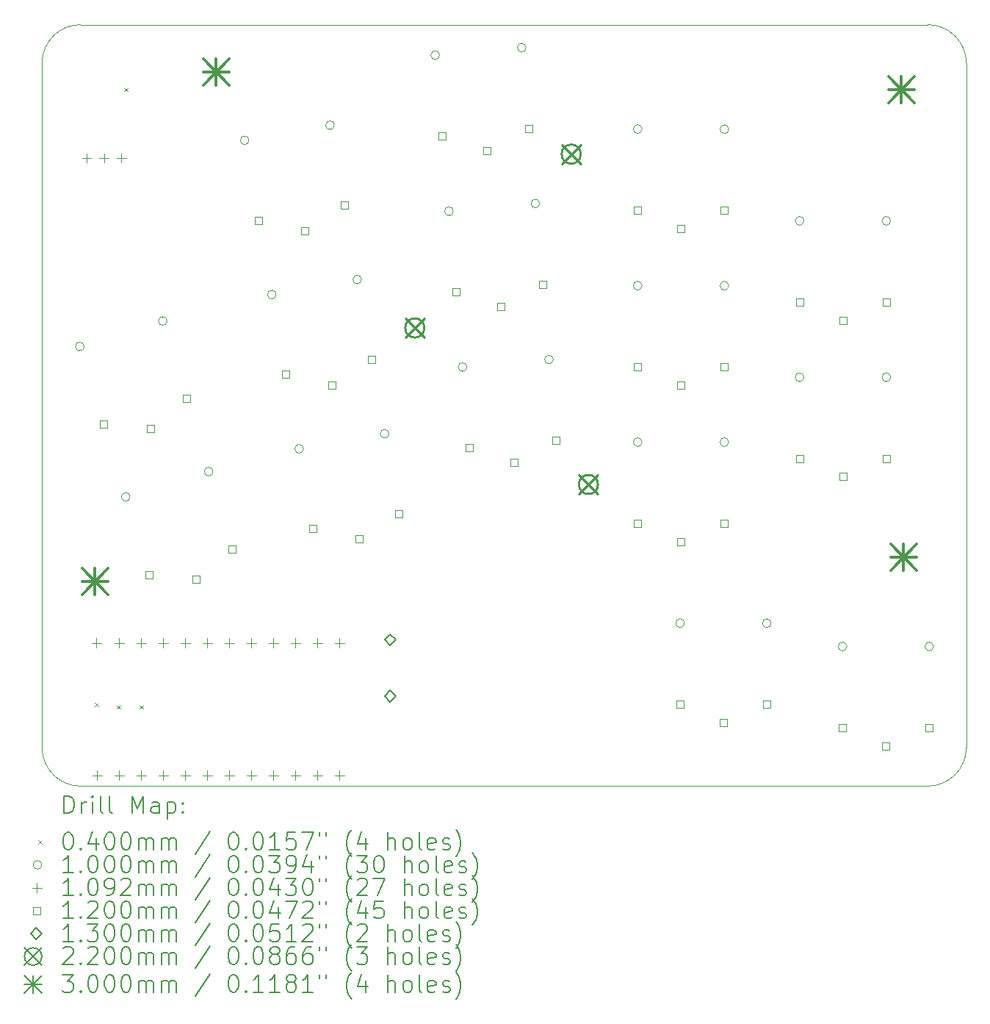
<source format=gbr>
%FSLAX45Y45*%
G04 Gerber Fmt 4.5, Leading zero omitted, Abs format (unit mm)*
G04 Created by KiCad (PCBNEW (6.0.4-0)) date 2022-07-26 10:14:00*
%MOMM*%
%LPD*%
G01*
G04 APERTURE LIST*
%TA.AperFunction,Profile*%
%ADD10C,0.050000*%
%TD*%
%ADD11C,0.200000*%
%ADD12C,0.040000*%
%ADD13C,0.100000*%
%ADD14C,0.109220*%
%ADD15C,0.120000*%
%ADD16C,0.130000*%
%ADD17C,0.220000*%
%ADD18C,0.300000*%
G04 APERTURE END LIST*
D10*
X14831618Y3945490D02*
X14831979Y11826325D01*
X4176485Y3945325D02*
G75*
G03*
X4620979Y3500825I444495J-5D01*
G01*
X14831985Y11826325D02*
G75*
G03*
X14387479Y12270825I-444505J-5D01*
G01*
X4620979Y3500825D02*
X14387118Y3500990D01*
X4176115Y11826612D02*
X4176479Y3945325D01*
X14387479Y12270825D02*
X4620615Y12271112D01*
X4620615Y12271112D02*
G75*
G03*
X4176115Y11826612I0J-444500D01*
G01*
X14387118Y3500991D02*
G75*
G03*
X14831618Y3945490I2J444499D01*
G01*
D11*
D12*
X4784419Y4462404D02*
X4824419Y4422404D01*
X4824419Y4462404D02*
X4784419Y4422404D01*
X5040691Y4429525D02*
X5080691Y4389525D01*
X5080691Y4429525D02*
X5040691Y4389525D01*
X5124143Y11542154D02*
X5164143Y11502154D01*
X5164143Y11542154D02*
X5124143Y11502154D01*
X5299479Y4429525D02*
X5339479Y4389525D01*
X5339479Y4429525D02*
X5299479Y4389525D01*
D13*
X4661807Y8564560D02*
G75*
G03*
X4661807Y8564560I-50000J0D01*
G01*
X5190839Y6831841D02*
G75*
G03*
X5190839Y6831841I-50000J0D01*
G01*
X5618112Y8856931D02*
G75*
G03*
X5618112Y8856931I-50000J0D01*
G01*
X6147144Y7124213D02*
G75*
G03*
X6147144Y7124213I-50000J0D01*
G01*
X6561932Y10939251D02*
G75*
G03*
X6561932Y10939251I-50000J0D01*
G01*
X6875134Y9162078D02*
G75*
G03*
X6875134Y9162078I-50000J0D01*
G01*
X7190336Y7385904D02*
G75*
G03*
X7190336Y7385904I-50000J0D01*
G01*
X7546740Y11112899D02*
G75*
G03*
X7546740Y11112899I-50000J0D01*
G01*
X7859942Y9335726D02*
G75*
G03*
X7859942Y9335726I-50000J0D01*
G01*
X8175144Y7559553D02*
G75*
G03*
X8175144Y7559553I-50000J0D01*
G01*
X8759531Y11919258D02*
G75*
G03*
X8759531Y11919258I-50000J0D01*
G01*
X8917696Y10122727D02*
G75*
G03*
X8917696Y10122727I-50000J0D01*
G01*
X9073860Y8327196D02*
G75*
G03*
X9073860Y8327196I-50000J0D01*
G01*
X9755726Y12006414D02*
G75*
G03*
X9755726Y12006414I-50000J0D01*
G01*
X9913890Y10209883D02*
G75*
G03*
X9913890Y10209883I-50000J0D01*
G01*
X10070055Y8414352D02*
G75*
G03*
X10070055Y8414352I-50000J0D01*
G01*
X11092479Y11067725D02*
G75*
G03*
X11092479Y11067725I-50000J0D01*
G01*
X11092479Y9264725D02*
G75*
G03*
X11092479Y9264725I-50000J0D01*
G01*
X11092479Y7462725D02*
G75*
G03*
X11092479Y7462725I-50000J0D01*
G01*
X11582115Y5377627D02*
G75*
G03*
X11582115Y5377627I-50000J0D01*
G01*
X12092479Y11067725D02*
G75*
G03*
X12092479Y11067725I-50000J0D01*
G01*
X12092479Y9264725D02*
G75*
G03*
X12092479Y9264725I-50000J0D01*
G01*
X12092479Y7462725D02*
G75*
G03*
X12092479Y7462725I-50000J0D01*
G01*
X12582115Y5377627D02*
G75*
G03*
X12582115Y5377627I-50000J0D01*
G01*
X12959949Y10011449D02*
G75*
G03*
X12959949Y10011449I-50000J0D01*
G01*
X12959949Y8209449D02*
G75*
G03*
X12959949Y8209449I-50000J0D01*
G01*
X13454679Y5109325D02*
G75*
G03*
X13454679Y5109325I-50000J0D01*
G01*
X13959949Y10011449D02*
G75*
G03*
X13959949Y10011449I-50000J0D01*
G01*
X13959949Y8209449D02*
G75*
G03*
X13959949Y8209449I-50000J0D01*
G01*
X14454679Y5109325D02*
G75*
G03*
X14454679Y5109325I-50000J0D01*
G01*
D14*
X4690879Y10788735D02*
X4690879Y10679515D01*
X4636269Y10734125D02*
X4745489Y10734125D01*
X4803105Y5203935D02*
X4803105Y5094715D01*
X4748495Y5149325D02*
X4857715Y5149325D01*
X4811479Y3679935D02*
X4811479Y3570715D01*
X4756869Y3625325D02*
X4866089Y3625325D01*
X4890879Y10788735D02*
X4890879Y10679515D01*
X4836269Y10734125D02*
X4945489Y10734125D01*
X5065479Y5203935D02*
X5065479Y5094715D01*
X5010869Y5149325D02*
X5120089Y5149325D01*
X5065479Y3679935D02*
X5065479Y3570715D01*
X5010869Y3625325D02*
X5120089Y3625325D01*
X5090879Y10788735D02*
X5090879Y10679515D01*
X5036269Y10734125D02*
X5145489Y10734125D01*
X5319479Y5203935D02*
X5319479Y5094715D01*
X5264869Y5149325D02*
X5374089Y5149325D01*
X5319479Y3679935D02*
X5319479Y3570715D01*
X5264869Y3625325D02*
X5374089Y3625325D01*
X5573479Y5203935D02*
X5573479Y5094715D01*
X5518869Y5149325D02*
X5628089Y5149325D01*
X5573479Y3679935D02*
X5573479Y3570715D01*
X5518869Y3625325D02*
X5628089Y3625325D01*
X5827479Y5203935D02*
X5827479Y5094715D01*
X5772869Y5149325D02*
X5882089Y5149325D01*
X5827479Y3679935D02*
X5827479Y3570715D01*
X5772869Y3625325D02*
X5882089Y3625325D01*
X6081479Y5203935D02*
X6081479Y5094715D01*
X6026869Y5149325D02*
X6136089Y5149325D01*
X6081479Y3679935D02*
X6081479Y3570715D01*
X6026869Y3625325D02*
X6136089Y3625325D01*
X6335479Y5203935D02*
X6335479Y5094715D01*
X6280869Y5149325D02*
X6390089Y5149325D01*
X6335479Y3679935D02*
X6335479Y3570715D01*
X6280869Y3625325D02*
X6390089Y3625325D01*
X6589479Y5203935D02*
X6589479Y5094715D01*
X6534869Y5149325D02*
X6644089Y5149325D01*
X6589479Y3679935D02*
X6589479Y3570715D01*
X6534869Y3625325D02*
X6644089Y3625325D01*
X6843479Y5203935D02*
X6843479Y5094715D01*
X6788869Y5149325D02*
X6898089Y5149325D01*
X6843479Y3679935D02*
X6843479Y3570715D01*
X6788869Y3625325D02*
X6898089Y3625325D01*
X7097479Y5203935D02*
X7097479Y5094715D01*
X7042869Y5149325D02*
X7152089Y5149325D01*
X7097479Y3679935D02*
X7097479Y3570715D01*
X7042869Y3625325D02*
X7152089Y3625325D01*
X7351479Y5203935D02*
X7351479Y5094715D01*
X7296869Y5149325D02*
X7406089Y5149325D01*
X7351479Y3679935D02*
X7351479Y3570715D01*
X7296869Y3625325D02*
X7406089Y3625325D01*
X7605479Y5203935D02*
X7605479Y5094715D01*
X7550869Y5149325D02*
X7660089Y5149325D01*
X7605479Y3679935D02*
X7605479Y3570715D01*
X7550869Y3625325D02*
X7660089Y3625325D01*
D15*
X4927602Y7627988D02*
X4927602Y7712841D01*
X4842748Y7712841D01*
X4842748Y7627988D01*
X4927602Y7627988D01*
X5456634Y5895270D02*
X5456634Y5980123D01*
X5371780Y5980123D01*
X5371780Y5895270D01*
X5456634Y5895270D01*
X5467152Y7573350D02*
X5467152Y7658203D01*
X5382298Y7658203D01*
X5382298Y7573350D01*
X5467152Y7573350D01*
X5883906Y7920359D02*
X5883906Y8005213D01*
X5799053Y8005213D01*
X5799053Y7920359D01*
X5883906Y7920359D01*
X5996184Y5840632D02*
X5996184Y5925485D01*
X5911330Y5925485D01*
X5911330Y5840632D01*
X5996184Y5840632D01*
X6412938Y6187641D02*
X6412938Y6272495D01*
X6328085Y6272495D01*
X6328085Y6187641D01*
X6412938Y6187641D01*
X6716720Y9976029D02*
X6716720Y10060883D01*
X6631867Y10060883D01*
X6631867Y9976029D01*
X6716720Y9976029D01*
X7029922Y8198856D02*
X7029922Y8283709D01*
X6945068Y8283709D01*
X6945068Y8198856D01*
X7029922Y8198856D01*
X7245590Y9856043D02*
X7245590Y9940897D01*
X7160737Y9940897D01*
X7160737Y9856043D01*
X7245590Y9856043D01*
X7345124Y6422682D02*
X7345124Y6507536D01*
X7260270Y6507536D01*
X7260270Y6422682D01*
X7345124Y6422682D01*
X7558792Y8078870D02*
X7558792Y8163724D01*
X7473938Y8163724D01*
X7473938Y8078870D01*
X7558792Y8078870D01*
X7701528Y10149677D02*
X7701528Y10234531D01*
X7616674Y10234531D01*
X7616674Y10149677D01*
X7701528Y10149677D01*
X7873994Y6302697D02*
X7873994Y6387550D01*
X7789140Y6387550D01*
X7789140Y6302697D01*
X7873994Y6302697D01*
X8014730Y8372504D02*
X8014730Y8457357D01*
X7929876Y8457357D01*
X7929876Y8372504D01*
X8014730Y8372504D01*
X8329932Y6596331D02*
X8329932Y6681184D01*
X8245078Y6681184D01*
X8245078Y6596331D01*
X8329932Y6596331D01*
X8833448Y10945389D02*
X8833448Y11030243D01*
X8748595Y11030243D01*
X8748595Y10945389D01*
X8833448Y10945389D01*
X8991613Y9148858D02*
X8991613Y9233712D01*
X8906759Y9233712D01*
X8906759Y9148858D01*
X8991613Y9148858D01*
X9147778Y7353327D02*
X9147778Y7438181D01*
X9062924Y7438181D01*
X9062924Y7353327D01*
X9147778Y7353327D01*
X9349848Y10779766D02*
X9349848Y10864620D01*
X9264995Y10864620D01*
X9264995Y10779766D01*
X9349848Y10779766D01*
X9508013Y8983235D02*
X9508013Y9068089D01*
X9423159Y9068089D01*
X9423159Y8983235D01*
X9508013Y8983235D01*
X9664178Y7187704D02*
X9664178Y7272558D01*
X9579324Y7272558D01*
X9579324Y7187704D01*
X9664178Y7187704D01*
X9829643Y11032545D02*
X9829643Y11117398D01*
X9744789Y11117398D01*
X9744789Y11032545D01*
X9829643Y11032545D01*
X9987808Y9236014D02*
X9987808Y9320867D01*
X9902954Y9320867D01*
X9902954Y9236014D01*
X9987808Y9236014D01*
X10143972Y7440483D02*
X10143972Y7525336D01*
X10059119Y7525336D01*
X10059119Y7440483D01*
X10143972Y7440483D01*
X11084906Y10090299D02*
X11084906Y10175152D01*
X11000052Y10175152D01*
X11000052Y10090299D01*
X11084906Y10090299D01*
X11084906Y8287299D02*
X11084906Y8372152D01*
X11000052Y8372152D01*
X11000052Y8287299D01*
X11084906Y8287299D01*
X11084906Y6485299D02*
X11084906Y6570152D01*
X11000052Y6570152D01*
X11000052Y6485299D01*
X11084906Y6485299D01*
X11574542Y4400201D02*
X11574542Y4485054D01*
X11489688Y4485054D01*
X11489688Y4400201D01*
X11574542Y4400201D01*
X11584906Y9880299D02*
X11584906Y9965152D01*
X11500052Y9965152D01*
X11500052Y9880299D01*
X11584906Y9880299D01*
X11584906Y8077299D02*
X11584906Y8162152D01*
X11500052Y8162152D01*
X11500052Y8077299D01*
X11584906Y8077299D01*
X11584906Y6275299D02*
X11584906Y6360152D01*
X11500052Y6360152D01*
X11500052Y6275299D01*
X11584906Y6275299D01*
X12074542Y4190200D02*
X12074542Y4275054D01*
X11989688Y4275054D01*
X11989688Y4190200D01*
X12074542Y4190200D01*
X12084906Y10090299D02*
X12084906Y10175152D01*
X12000052Y10175152D01*
X12000052Y10090299D01*
X12084906Y10090299D01*
X12084906Y8287299D02*
X12084906Y8372152D01*
X12000052Y8372152D01*
X12000052Y8287299D01*
X12084906Y8287299D01*
X12084906Y6485299D02*
X12084906Y6570152D01*
X12000052Y6570152D01*
X12000052Y6485299D01*
X12084906Y6485299D01*
X12574542Y4400201D02*
X12574542Y4485054D01*
X12489688Y4485054D01*
X12489688Y4400201D01*
X12574542Y4400201D01*
X12952376Y9034022D02*
X12952376Y9118876D01*
X12867523Y9118876D01*
X12867523Y9034022D01*
X12952376Y9034022D01*
X12952376Y7232022D02*
X12952376Y7316876D01*
X12867523Y7316876D01*
X12867523Y7232022D01*
X12952376Y7232022D01*
X13447106Y4131899D02*
X13447106Y4216752D01*
X13362252Y4216752D01*
X13362252Y4131899D01*
X13447106Y4131899D01*
X13452376Y8824022D02*
X13452376Y8908876D01*
X13367523Y8908876D01*
X13367523Y8824022D01*
X13452376Y8824022D01*
X13452376Y7022022D02*
X13452376Y7106876D01*
X13367523Y7106876D01*
X13367523Y7022022D01*
X13452376Y7022022D01*
X13947106Y3921899D02*
X13947106Y4006752D01*
X13862252Y4006752D01*
X13862252Y3921899D01*
X13947106Y3921899D01*
X13952376Y9034022D02*
X13952376Y9118876D01*
X13867523Y9118876D01*
X13867523Y9034022D01*
X13952376Y9034022D01*
X13952376Y7232022D02*
X13952376Y7316876D01*
X13867523Y7316876D01*
X13867523Y7232022D01*
X13952376Y7232022D01*
X14447106Y4131899D02*
X14447106Y4216752D01*
X14362252Y4216752D01*
X14362252Y4131899D01*
X14447106Y4131899D01*
D16*
X8189679Y5121525D02*
X8254679Y5186525D01*
X8189679Y5251525D01*
X8124679Y5186525D01*
X8189679Y5121525D01*
X8189679Y4471525D02*
X8254679Y4536525D01*
X8189679Y4601525D01*
X8124679Y4536525D01*
X8189679Y4471525D01*
D17*
X8363590Y8887615D02*
X8583590Y8667615D01*
X8583590Y8887615D02*
X8363590Y8667615D01*
X8583590Y8777615D02*
G75*
G03*
X8583590Y8777615I-110000J0D01*
G01*
X10166279Y10889704D02*
X10386279Y10669704D01*
X10386279Y10889704D02*
X10166279Y10669704D01*
X10386279Y10779704D02*
G75*
G03*
X10386279Y10779704I-110000J0D01*
G01*
X10365679Y7084925D02*
X10585679Y6864925D01*
X10585679Y7084925D02*
X10365679Y6864925D01*
X10585679Y6974925D02*
G75*
G03*
X10585679Y6974925I-110000J0D01*
G01*
D18*
X4636079Y6007325D02*
X4936079Y5707325D01*
X4936079Y6007325D02*
X4636079Y5707325D01*
X4786079Y6007325D02*
X4786079Y5707325D01*
X4636079Y5857325D02*
X4936079Y5857325D01*
X6033079Y11874725D02*
X6333079Y11574725D01*
X6333079Y11874725D02*
X6033079Y11574725D01*
X6183079Y11874725D02*
X6183079Y11574725D01*
X6033079Y11724725D02*
X6333079Y11724725D01*
X13932479Y11671525D02*
X14232479Y11371525D01*
X14232479Y11671525D02*
X13932479Y11371525D01*
X14082479Y11671525D02*
X14082479Y11371525D01*
X13932479Y11521525D02*
X14232479Y11521525D01*
X13957879Y6286725D02*
X14257879Y5986725D01*
X14257879Y6286725D02*
X13957879Y5986725D01*
X14107879Y6286725D02*
X14107879Y5986725D01*
X13957879Y6136725D02*
X14257879Y6136725D01*
D11*
X4431234Y3187849D02*
X4431234Y3387849D01*
X4478853Y3387849D01*
X4507424Y3378325D01*
X4526472Y3359278D01*
X4535996Y3340230D01*
X4545520Y3302135D01*
X4545520Y3273563D01*
X4535996Y3235468D01*
X4526472Y3216421D01*
X4507424Y3197373D01*
X4478853Y3187849D01*
X4431234Y3187849D01*
X4631234Y3187849D02*
X4631234Y3321182D01*
X4631234Y3283087D02*
X4640758Y3302135D01*
X4650282Y3311659D01*
X4669329Y3321182D01*
X4688377Y3321182D01*
X4755043Y3187849D02*
X4755043Y3321182D01*
X4755043Y3387849D02*
X4745520Y3378325D01*
X4755043Y3368801D01*
X4764567Y3378325D01*
X4755043Y3387849D01*
X4755043Y3368801D01*
X4878853Y3187849D02*
X4859805Y3197373D01*
X4850282Y3216421D01*
X4850282Y3387849D01*
X4983615Y3187849D02*
X4964567Y3197373D01*
X4955043Y3216421D01*
X4955043Y3387849D01*
X5212186Y3187849D02*
X5212186Y3387849D01*
X5278853Y3244992D01*
X5345520Y3387849D01*
X5345520Y3187849D01*
X5526472Y3187849D02*
X5526472Y3292611D01*
X5516948Y3311659D01*
X5497901Y3321182D01*
X5459805Y3321182D01*
X5440758Y3311659D01*
X5526472Y3197373D02*
X5507424Y3187849D01*
X5459805Y3187849D01*
X5440758Y3197373D01*
X5431234Y3216421D01*
X5431234Y3235468D01*
X5440758Y3254516D01*
X5459805Y3264040D01*
X5507424Y3264040D01*
X5526472Y3273563D01*
X5621710Y3321182D02*
X5621710Y3121182D01*
X5621710Y3311659D02*
X5640758Y3321182D01*
X5678853Y3321182D01*
X5697901Y3311659D01*
X5707424Y3302135D01*
X5716948Y3283087D01*
X5716948Y3225944D01*
X5707424Y3206897D01*
X5697901Y3197373D01*
X5678853Y3187849D01*
X5640758Y3187849D01*
X5621710Y3197373D01*
X5802662Y3206897D02*
X5812186Y3197373D01*
X5802662Y3187849D01*
X5793139Y3197373D01*
X5802662Y3206897D01*
X5802662Y3187849D01*
X5802662Y3311659D02*
X5812186Y3302135D01*
X5802662Y3292611D01*
X5793139Y3302135D01*
X5802662Y3311659D01*
X5802662Y3292611D01*
D12*
X4133615Y2878325D02*
X4173615Y2838325D01*
X4173615Y2878325D02*
X4133615Y2838325D01*
D11*
X4469329Y2967849D02*
X4488377Y2967849D01*
X4507424Y2958325D01*
X4516948Y2948801D01*
X4526472Y2929754D01*
X4535996Y2891659D01*
X4535996Y2844040D01*
X4526472Y2805944D01*
X4516948Y2786897D01*
X4507424Y2777373D01*
X4488377Y2767849D01*
X4469329Y2767849D01*
X4450282Y2777373D01*
X4440758Y2786897D01*
X4431234Y2805944D01*
X4421710Y2844040D01*
X4421710Y2891659D01*
X4431234Y2929754D01*
X4440758Y2948801D01*
X4450282Y2958325D01*
X4469329Y2967849D01*
X4621710Y2786897D02*
X4631234Y2777373D01*
X4621710Y2767849D01*
X4612186Y2777373D01*
X4621710Y2786897D01*
X4621710Y2767849D01*
X4802663Y2901182D02*
X4802663Y2767849D01*
X4755043Y2977373D02*
X4707424Y2834516D01*
X4831234Y2834516D01*
X4945520Y2967849D02*
X4964567Y2967849D01*
X4983615Y2958325D01*
X4993139Y2948801D01*
X5002663Y2929754D01*
X5012186Y2891659D01*
X5012186Y2844040D01*
X5002663Y2805944D01*
X4993139Y2786897D01*
X4983615Y2777373D01*
X4964567Y2767849D01*
X4945520Y2767849D01*
X4926472Y2777373D01*
X4916948Y2786897D01*
X4907424Y2805944D01*
X4897901Y2844040D01*
X4897901Y2891659D01*
X4907424Y2929754D01*
X4916948Y2948801D01*
X4926472Y2958325D01*
X4945520Y2967849D01*
X5135996Y2967849D02*
X5155043Y2967849D01*
X5174091Y2958325D01*
X5183615Y2948801D01*
X5193139Y2929754D01*
X5202663Y2891659D01*
X5202663Y2844040D01*
X5193139Y2805944D01*
X5183615Y2786897D01*
X5174091Y2777373D01*
X5155043Y2767849D01*
X5135996Y2767849D01*
X5116948Y2777373D01*
X5107424Y2786897D01*
X5097901Y2805944D01*
X5088377Y2844040D01*
X5088377Y2891659D01*
X5097901Y2929754D01*
X5107424Y2948801D01*
X5116948Y2958325D01*
X5135996Y2967849D01*
X5288377Y2767849D02*
X5288377Y2901182D01*
X5288377Y2882135D02*
X5297901Y2891659D01*
X5316948Y2901182D01*
X5345520Y2901182D01*
X5364567Y2891659D01*
X5374091Y2872611D01*
X5374091Y2767849D01*
X5374091Y2872611D02*
X5383615Y2891659D01*
X5402663Y2901182D01*
X5431234Y2901182D01*
X5450282Y2891659D01*
X5459805Y2872611D01*
X5459805Y2767849D01*
X5555043Y2767849D02*
X5555043Y2901182D01*
X5555043Y2882135D02*
X5564567Y2891659D01*
X5583615Y2901182D01*
X5612186Y2901182D01*
X5631234Y2891659D01*
X5640758Y2872611D01*
X5640758Y2767849D01*
X5640758Y2872611D02*
X5650281Y2891659D01*
X5669329Y2901182D01*
X5697901Y2901182D01*
X5716948Y2891659D01*
X5726472Y2872611D01*
X5726472Y2767849D01*
X6116948Y2977373D02*
X5945520Y2720230D01*
X6374091Y2967849D02*
X6393139Y2967849D01*
X6412186Y2958325D01*
X6421710Y2948801D01*
X6431234Y2929754D01*
X6440758Y2891659D01*
X6440758Y2844040D01*
X6431234Y2805944D01*
X6421710Y2786897D01*
X6412186Y2777373D01*
X6393139Y2767849D01*
X6374091Y2767849D01*
X6355043Y2777373D01*
X6345520Y2786897D01*
X6335996Y2805944D01*
X6326472Y2844040D01*
X6326472Y2891659D01*
X6335996Y2929754D01*
X6345520Y2948801D01*
X6355043Y2958325D01*
X6374091Y2967849D01*
X6526472Y2786897D02*
X6535996Y2777373D01*
X6526472Y2767849D01*
X6516948Y2777373D01*
X6526472Y2786897D01*
X6526472Y2767849D01*
X6659805Y2967849D02*
X6678853Y2967849D01*
X6697901Y2958325D01*
X6707424Y2948801D01*
X6716948Y2929754D01*
X6726472Y2891659D01*
X6726472Y2844040D01*
X6716948Y2805944D01*
X6707424Y2786897D01*
X6697901Y2777373D01*
X6678853Y2767849D01*
X6659805Y2767849D01*
X6640758Y2777373D01*
X6631234Y2786897D01*
X6621710Y2805944D01*
X6612186Y2844040D01*
X6612186Y2891659D01*
X6621710Y2929754D01*
X6631234Y2948801D01*
X6640758Y2958325D01*
X6659805Y2967849D01*
X6916948Y2767849D02*
X6802662Y2767849D01*
X6859805Y2767849D02*
X6859805Y2967849D01*
X6840758Y2939278D01*
X6821710Y2920230D01*
X6802662Y2910706D01*
X7097901Y2967849D02*
X7002662Y2967849D01*
X6993139Y2872611D01*
X7002662Y2882135D01*
X7021710Y2891659D01*
X7069329Y2891659D01*
X7088377Y2882135D01*
X7097901Y2872611D01*
X7107424Y2853563D01*
X7107424Y2805944D01*
X7097901Y2786897D01*
X7088377Y2777373D01*
X7069329Y2767849D01*
X7021710Y2767849D01*
X7002662Y2777373D01*
X6993139Y2786897D01*
X7174091Y2967849D02*
X7307424Y2967849D01*
X7221710Y2767849D01*
X7374091Y2967849D02*
X7374091Y2929754D01*
X7450281Y2967849D02*
X7450281Y2929754D01*
X7745520Y2691659D02*
X7735996Y2701183D01*
X7716948Y2729754D01*
X7707424Y2748802D01*
X7697901Y2777373D01*
X7688377Y2824992D01*
X7688377Y2863087D01*
X7697901Y2910706D01*
X7707424Y2939278D01*
X7716948Y2958325D01*
X7735996Y2986897D01*
X7745520Y2996421D01*
X7907424Y2901182D02*
X7907424Y2767849D01*
X7859805Y2977373D02*
X7812186Y2834516D01*
X7935996Y2834516D01*
X8164567Y2767849D02*
X8164567Y2967849D01*
X8250281Y2767849D02*
X8250281Y2872611D01*
X8240758Y2891659D01*
X8221710Y2901182D01*
X8193139Y2901182D01*
X8174091Y2891659D01*
X8164567Y2882135D01*
X8374091Y2767849D02*
X8355043Y2777373D01*
X8345520Y2786897D01*
X8335996Y2805944D01*
X8335996Y2863087D01*
X8345520Y2882135D01*
X8355043Y2891659D01*
X8374091Y2901182D01*
X8402663Y2901182D01*
X8421710Y2891659D01*
X8431234Y2882135D01*
X8440758Y2863087D01*
X8440758Y2805944D01*
X8431234Y2786897D01*
X8421710Y2777373D01*
X8402663Y2767849D01*
X8374091Y2767849D01*
X8555043Y2767849D02*
X8535996Y2777373D01*
X8526472Y2796421D01*
X8526472Y2967849D01*
X8707424Y2777373D02*
X8688377Y2767849D01*
X8650282Y2767849D01*
X8631234Y2777373D01*
X8621710Y2796421D01*
X8621710Y2872611D01*
X8631234Y2891659D01*
X8650282Y2901182D01*
X8688377Y2901182D01*
X8707424Y2891659D01*
X8716948Y2872611D01*
X8716948Y2853563D01*
X8621710Y2834516D01*
X8793139Y2777373D02*
X8812186Y2767849D01*
X8850282Y2767849D01*
X8869329Y2777373D01*
X8878853Y2796421D01*
X8878853Y2805944D01*
X8869329Y2824992D01*
X8850282Y2834516D01*
X8821710Y2834516D01*
X8802663Y2844040D01*
X8793139Y2863087D01*
X8793139Y2872611D01*
X8802663Y2891659D01*
X8821710Y2901182D01*
X8850282Y2901182D01*
X8869329Y2891659D01*
X8945520Y2691659D02*
X8955043Y2701183D01*
X8974091Y2729754D01*
X8983615Y2748802D01*
X8993139Y2777373D01*
X9002663Y2824992D01*
X9002663Y2863087D01*
X8993139Y2910706D01*
X8983615Y2939278D01*
X8974091Y2958325D01*
X8955043Y2986897D01*
X8945520Y2996421D01*
D13*
X4173615Y2594325D02*
G75*
G03*
X4173615Y2594325I-50000J0D01*
G01*
D11*
X4535996Y2503849D02*
X4421710Y2503849D01*
X4478853Y2503849D02*
X4478853Y2703849D01*
X4459805Y2675278D01*
X4440758Y2656230D01*
X4421710Y2646706D01*
X4621710Y2522897D02*
X4631234Y2513373D01*
X4621710Y2503849D01*
X4612186Y2513373D01*
X4621710Y2522897D01*
X4621710Y2503849D01*
X4755043Y2703849D02*
X4774091Y2703849D01*
X4793139Y2694325D01*
X4802663Y2684802D01*
X4812186Y2665754D01*
X4821710Y2627659D01*
X4821710Y2580040D01*
X4812186Y2541944D01*
X4802663Y2522897D01*
X4793139Y2513373D01*
X4774091Y2503849D01*
X4755043Y2503849D01*
X4735996Y2513373D01*
X4726472Y2522897D01*
X4716948Y2541944D01*
X4707424Y2580040D01*
X4707424Y2627659D01*
X4716948Y2665754D01*
X4726472Y2684802D01*
X4735996Y2694325D01*
X4755043Y2703849D01*
X4945520Y2703849D02*
X4964567Y2703849D01*
X4983615Y2694325D01*
X4993139Y2684802D01*
X5002663Y2665754D01*
X5012186Y2627659D01*
X5012186Y2580040D01*
X5002663Y2541944D01*
X4993139Y2522897D01*
X4983615Y2513373D01*
X4964567Y2503849D01*
X4945520Y2503849D01*
X4926472Y2513373D01*
X4916948Y2522897D01*
X4907424Y2541944D01*
X4897901Y2580040D01*
X4897901Y2627659D01*
X4907424Y2665754D01*
X4916948Y2684802D01*
X4926472Y2694325D01*
X4945520Y2703849D01*
X5135996Y2703849D02*
X5155043Y2703849D01*
X5174091Y2694325D01*
X5183615Y2684802D01*
X5193139Y2665754D01*
X5202663Y2627659D01*
X5202663Y2580040D01*
X5193139Y2541944D01*
X5183615Y2522897D01*
X5174091Y2513373D01*
X5155043Y2503849D01*
X5135996Y2503849D01*
X5116948Y2513373D01*
X5107424Y2522897D01*
X5097901Y2541944D01*
X5088377Y2580040D01*
X5088377Y2627659D01*
X5097901Y2665754D01*
X5107424Y2684802D01*
X5116948Y2694325D01*
X5135996Y2703849D01*
X5288377Y2503849D02*
X5288377Y2637183D01*
X5288377Y2618135D02*
X5297901Y2627659D01*
X5316948Y2637183D01*
X5345520Y2637183D01*
X5364567Y2627659D01*
X5374091Y2608611D01*
X5374091Y2503849D01*
X5374091Y2608611D02*
X5383615Y2627659D01*
X5402663Y2637183D01*
X5431234Y2637183D01*
X5450282Y2627659D01*
X5459805Y2608611D01*
X5459805Y2503849D01*
X5555043Y2503849D02*
X5555043Y2637183D01*
X5555043Y2618135D02*
X5564567Y2627659D01*
X5583615Y2637183D01*
X5612186Y2637183D01*
X5631234Y2627659D01*
X5640758Y2608611D01*
X5640758Y2503849D01*
X5640758Y2608611D02*
X5650281Y2627659D01*
X5669329Y2637183D01*
X5697901Y2637183D01*
X5716948Y2627659D01*
X5726472Y2608611D01*
X5726472Y2503849D01*
X6116948Y2713373D02*
X5945520Y2456230D01*
X6374091Y2703849D02*
X6393139Y2703849D01*
X6412186Y2694325D01*
X6421710Y2684802D01*
X6431234Y2665754D01*
X6440758Y2627659D01*
X6440758Y2580040D01*
X6431234Y2541944D01*
X6421710Y2522897D01*
X6412186Y2513373D01*
X6393139Y2503849D01*
X6374091Y2503849D01*
X6355043Y2513373D01*
X6345520Y2522897D01*
X6335996Y2541944D01*
X6326472Y2580040D01*
X6326472Y2627659D01*
X6335996Y2665754D01*
X6345520Y2684802D01*
X6355043Y2694325D01*
X6374091Y2703849D01*
X6526472Y2522897D02*
X6535996Y2513373D01*
X6526472Y2503849D01*
X6516948Y2513373D01*
X6526472Y2522897D01*
X6526472Y2503849D01*
X6659805Y2703849D02*
X6678853Y2703849D01*
X6697901Y2694325D01*
X6707424Y2684802D01*
X6716948Y2665754D01*
X6726472Y2627659D01*
X6726472Y2580040D01*
X6716948Y2541944D01*
X6707424Y2522897D01*
X6697901Y2513373D01*
X6678853Y2503849D01*
X6659805Y2503849D01*
X6640758Y2513373D01*
X6631234Y2522897D01*
X6621710Y2541944D01*
X6612186Y2580040D01*
X6612186Y2627659D01*
X6621710Y2665754D01*
X6631234Y2684802D01*
X6640758Y2694325D01*
X6659805Y2703849D01*
X6793139Y2703849D02*
X6916948Y2703849D01*
X6850281Y2627659D01*
X6878853Y2627659D01*
X6897901Y2618135D01*
X6907424Y2608611D01*
X6916948Y2589563D01*
X6916948Y2541944D01*
X6907424Y2522897D01*
X6897901Y2513373D01*
X6878853Y2503849D01*
X6821710Y2503849D01*
X6802662Y2513373D01*
X6793139Y2522897D01*
X7012186Y2503849D02*
X7050281Y2503849D01*
X7069329Y2513373D01*
X7078853Y2522897D01*
X7097901Y2551468D01*
X7107424Y2589563D01*
X7107424Y2665754D01*
X7097901Y2684802D01*
X7088377Y2694325D01*
X7069329Y2703849D01*
X7031234Y2703849D01*
X7012186Y2694325D01*
X7002662Y2684802D01*
X6993139Y2665754D01*
X6993139Y2618135D01*
X7002662Y2599087D01*
X7012186Y2589563D01*
X7031234Y2580040D01*
X7069329Y2580040D01*
X7088377Y2589563D01*
X7097901Y2599087D01*
X7107424Y2618135D01*
X7278853Y2637183D02*
X7278853Y2503849D01*
X7231234Y2713373D02*
X7183615Y2570516D01*
X7307424Y2570516D01*
X7374091Y2703849D02*
X7374091Y2665754D01*
X7450281Y2703849D02*
X7450281Y2665754D01*
X7745520Y2427659D02*
X7735996Y2437183D01*
X7716948Y2465754D01*
X7707424Y2484802D01*
X7697901Y2513373D01*
X7688377Y2560992D01*
X7688377Y2599087D01*
X7697901Y2646706D01*
X7707424Y2675278D01*
X7716948Y2694325D01*
X7735996Y2722897D01*
X7745520Y2732421D01*
X7802662Y2703849D02*
X7926472Y2703849D01*
X7859805Y2627659D01*
X7888377Y2627659D01*
X7907424Y2618135D01*
X7916948Y2608611D01*
X7926472Y2589563D01*
X7926472Y2541944D01*
X7916948Y2522897D01*
X7907424Y2513373D01*
X7888377Y2503849D01*
X7831234Y2503849D01*
X7812186Y2513373D01*
X7802662Y2522897D01*
X8050281Y2703849D02*
X8069329Y2703849D01*
X8088377Y2694325D01*
X8097901Y2684802D01*
X8107424Y2665754D01*
X8116948Y2627659D01*
X8116948Y2580040D01*
X8107424Y2541944D01*
X8097901Y2522897D01*
X8088377Y2513373D01*
X8069329Y2503849D01*
X8050281Y2503849D01*
X8031234Y2513373D01*
X8021710Y2522897D01*
X8012186Y2541944D01*
X8002662Y2580040D01*
X8002662Y2627659D01*
X8012186Y2665754D01*
X8021710Y2684802D01*
X8031234Y2694325D01*
X8050281Y2703849D01*
X8355043Y2503849D02*
X8355043Y2703849D01*
X8440758Y2503849D02*
X8440758Y2608611D01*
X8431234Y2627659D01*
X8412186Y2637183D01*
X8383615Y2637183D01*
X8364567Y2627659D01*
X8355043Y2618135D01*
X8564567Y2503849D02*
X8545520Y2513373D01*
X8535996Y2522897D01*
X8526472Y2541944D01*
X8526472Y2599087D01*
X8535996Y2618135D01*
X8545520Y2627659D01*
X8564567Y2637183D01*
X8593139Y2637183D01*
X8612186Y2627659D01*
X8621710Y2618135D01*
X8631234Y2599087D01*
X8631234Y2541944D01*
X8621710Y2522897D01*
X8612186Y2513373D01*
X8593139Y2503849D01*
X8564567Y2503849D01*
X8745520Y2503849D02*
X8726472Y2513373D01*
X8716948Y2532421D01*
X8716948Y2703849D01*
X8897901Y2513373D02*
X8878853Y2503849D01*
X8840758Y2503849D01*
X8821710Y2513373D01*
X8812186Y2532421D01*
X8812186Y2608611D01*
X8821710Y2627659D01*
X8840758Y2637183D01*
X8878853Y2637183D01*
X8897901Y2627659D01*
X8907424Y2608611D01*
X8907424Y2589563D01*
X8812186Y2570516D01*
X8983615Y2513373D02*
X9002663Y2503849D01*
X9040758Y2503849D01*
X9059805Y2513373D01*
X9069329Y2532421D01*
X9069329Y2541944D01*
X9059805Y2560992D01*
X9040758Y2570516D01*
X9012186Y2570516D01*
X8993139Y2580040D01*
X8983615Y2599087D01*
X8983615Y2608611D01*
X8993139Y2627659D01*
X9012186Y2637183D01*
X9040758Y2637183D01*
X9059805Y2627659D01*
X9135996Y2427659D02*
X9145520Y2437183D01*
X9164567Y2465754D01*
X9174091Y2484802D01*
X9183615Y2513373D01*
X9193139Y2560992D01*
X9193139Y2599087D01*
X9183615Y2646706D01*
X9174091Y2675278D01*
X9164567Y2694325D01*
X9145520Y2722897D01*
X9135996Y2732421D01*
D14*
X4119005Y2384935D02*
X4119005Y2275715D01*
X4064395Y2330325D02*
X4173615Y2330325D01*
D11*
X4535996Y2239849D02*
X4421710Y2239849D01*
X4478853Y2239849D02*
X4478853Y2439849D01*
X4459805Y2411278D01*
X4440758Y2392230D01*
X4421710Y2382706D01*
X4621710Y2258897D02*
X4631234Y2249373D01*
X4621710Y2239849D01*
X4612186Y2249373D01*
X4621710Y2258897D01*
X4621710Y2239849D01*
X4755043Y2439849D02*
X4774091Y2439849D01*
X4793139Y2430325D01*
X4802663Y2420802D01*
X4812186Y2401754D01*
X4821710Y2363659D01*
X4821710Y2316040D01*
X4812186Y2277944D01*
X4802663Y2258897D01*
X4793139Y2249373D01*
X4774091Y2239849D01*
X4755043Y2239849D01*
X4735996Y2249373D01*
X4726472Y2258897D01*
X4716948Y2277944D01*
X4707424Y2316040D01*
X4707424Y2363659D01*
X4716948Y2401754D01*
X4726472Y2420802D01*
X4735996Y2430325D01*
X4755043Y2439849D01*
X4916948Y2239849D02*
X4955043Y2239849D01*
X4974091Y2249373D01*
X4983615Y2258897D01*
X5002663Y2287468D01*
X5012186Y2325563D01*
X5012186Y2401754D01*
X5002663Y2420802D01*
X4993139Y2430325D01*
X4974091Y2439849D01*
X4935996Y2439849D01*
X4916948Y2430325D01*
X4907424Y2420802D01*
X4897901Y2401754D01*
X4897901Y2354135D01*
X4907424Y2335087D01*
X4916948Y2325563D01*
X4935996Y2316040D01*
X4974091Y2316040D01*
X4993139Y2325563D01*
X5002663Y2335087D01*
X5012186Y2354135D01*
X5088377Y2420802D02*
X5097901Y2430325D01*
X5116948Y2439849D01*
X5164567Y2439849D01*
X5183615Y2430325D01*
X5193139Y2420802D01*
X5202663Y2401754D01*
X5202663Y2382706D01*
X5193139Y2354135D01*
X5078853Y2239849D01*
X5202663Y2239849D01*
X5288377Y2239849D02*
X5288377Y2373183D01*
X5288377Y2354135D02*
X5297901Y2363659D01*
X5316948Y2373183D01*
X5345520Y2373183D01*
X5364567Y2363659D01*
X5374091Y2344611D01*
X5374091Y2239849D01*
X5374091Y2344611D02*
X5383615Y2363659D01*
X5402663Y2373183D01*
X5431234Y2373183D01*
X5450282Y2363659D01*
X5459805Y2344611D01*
X5459805Y2239849D01*
X5555043Y2239849D02*
X5555043Y2373183D01*
X5555043Y2354135D02*
X5564567Y2363659D01*
X5583615Y2373183D01*
X5612186Y2373183D01*
X5631234Y2363659D01*
X5640758Y2344611D01*
X5640758Y2239849D01*
X5640758Y2344611D02*
X5650281Y2363659D01*
X5669329Y2373183D01*
X5697901Y2373183D01*
X5716948Y2363659D01*
X5726472Y2344611D01*
X5726472Y2239849D01*
X6116948Y2449373D02*
X5945520Y2192230D01*
X6374091Y2439849D02*
X6393139Y2439849D01*
X6412186Y2430325D01*
X6421710Y2420802D01*
X6431234Y2401754D01*
X6440758Y2363659D01*
X6440758Y2316040D01*
X6431234Y2277944D01*
X6421710Y2258897D01*
X6412186Y2249373D01*
X6393139Y2239849D01*
X6374091Y2239849D01*
X6355043Y2249373D01*
X6345520Y2258897D01*
X6335996Y2277944D01*
X6326472Y2316040D01*
X6326472Y2363659D01*
X6335996Y2401754D01*
X6345520Y2420802D01*
X6355043Y2430325D01*
X6374091Y2439849D01*
X6526472Y2258897D02*
X6535996Y2249373D01*
X6526472Y2239849D01*
X6516948Y2249373D01*
X6526472Y2258897D01*
X6526472Y2239849D01*
X6659805Y2439849D02*
X6678853Y2439849D01*
X6697901Y2430325D01*
X6707424Y2420802D01*
X6716948Y2401754D01*
X6726472Y2363659D01*
X6726472Y2316040D01*
X6716948Y2277944D01*
X6707424Y2258897D01*
X6697901Y2249373D01*
X6678853Y2239849D01*
X6659805Y2239849D01*
X6640758Y2249373D01*
X6631234Y2258897D01*
X6621710Y2277944D01*
X6612186Y2316040D01*
X6612186Y2363659D01*
X6621710Y2401754D01*
X6631234Y2420802D01*
X6640758Y2430325D01*
X6659805Y2439849D01*
X6897901Y2373183D02*
X6897901Y2239849D01*
X6850281Y2449373D02*
X6802662Y2306516D01*
X6926472Y2306516D01*
X6983615Y2439849D02*
X7107424Y2439849D01*
X7040758Y2363659D01*
X7069329Y2363659D01*
X7088377Y2354135D01*
X7097901Y2344611D01*
X7107424Y2325563D01*
X7107424Y2277944D01*
X7097901Y2258897D01*
X7088377Y2249373D01*
X7069329Y2239849D01*
X7012186Y2239849D01*
X6993139Y2249373D01*
X6983615Y2258897D01*
X7231234Y2439849D02*
X7250281Y2439849D01*
X7269329Y2430325D01*
X7278853Y2420802D01*
X7288377Y2401754D01*
X7297901Y2363659D01*
X7297901Y2316040D01*
X7288377Y2277944D01*
X7278853Y2258897D01*
X7269329Y2249373D01*
X7250281Y2239849D01*
X7231234Y2239849D01*
X7212186Y2249373D01*
X7202662Y2258897D01*
X7193139Y2277944D01*
X7183615Y2316040D01*
X7183615Y2363659D01*
X7193139Y2401754D01*
X7202662Y2420802D01*
X7212186Y2430325D01*
X7231234Y2439849D01*
X7374091Y2439849D02*
X7374091Y2401754D01*
X7450281Y2439849D02*
X7450281Y2401754D01*
X7745520Y2163659D02*
X7735996Y2173183D01*
X7716948Y2201754D01*
X7707424Y2220802D01*
X7697901Y2249373D01*
X7688377Y2296992D01*
X7688377Y2335087D01*
X7697901Y2382706D01*
X7707424Y2411278D01*
X7716948Y2430325D01*
X7735996Y2458897D01*
X7745520Y2468421D01*
X7812186Y2420802D02*
X7821710Y2430325D01*
X7840758Y2439849D01*
X7888377Y2439849D01*
X7907424Y2430325D01*
X7916948Y2420802D01*
X7926472Y2401754D01*
X7926472Y2382706D01*
X7916948Y2354135D01*
X7802662Y2239849D01*
X7926472Y2239849D01*
X7993139Y2439849D02*
X8126472Y2439849D01*
X8040758Y2239849D01*
X8355043Y2239849D02*
X8355043Y2439849D01*
X8440758Y2239849D02*
X8440758Y2344611D01*
X8431234Y2363659D01*
X8412186Y2373183D01*
X8383615Y2373183D01*
X8364567Y2363659D01*
X8355043Y2354135D01*
X8564567Y2239849D02*
X8545520Y2249373D01*
X8535996Y2258897D01*
X8526472Y2277944D01*
X8526472Y2335087D01*
X8535996Y2354135D01*
X8545520Y2363659D01*
X8564567Y2373183D01*
X8593139Y2373183D01*
X8612186Y2363659D01*
X8621710Y2354135D01*
X8631234Y2335087D01*
X8631234Y2277944D01*
X8621710Y2258897D01*
X8612186Y2249373D01*
X8593139Y2239849D01*
X8564567Y2239849D01*
X8745520Y2239849D02*
X8726472Y2249373D01*
X8716948Y2268421D01*
X8716948Y2439849D01*
X8897901Y2249373D02*
X8878853Y2239849D01*
X8840758Y2239849D01*
X8821710Y2249373D01*
X8812186Y2268421D01*
X8812186Y2344611D01*
X8821710Y2363659D01*
X8840758Y2373183D01*
X8878853Y2373183D01*
X8897901Y2363659D01*
X8907424Y2344611D01*
X8907424Y2325563D01*
X8812186Y2306516D01*
X8983615Y2249373D02*
X9002663Y2239849D01*
X9040758Y2239849D01*
X9059805Y2249373D01*
X9069329Y2268421D01*
X9069329Y2277944D01*
X9059805Y2296992D01*
X9040758Y2306516D01*
X9012186Y2306516D01*
X8993139Y2316040D01*
X8983615Y2335087D01*
X8983615Y2344611D01*
X8993139Y2363659D01*
X9012186Y2373183D01*
X9040758Y2373183D01*
X9059805Y2363659D01*
X9135996Y2163659D02*
X9145520Y2173183D01*
X9164567Y2201754D01*
X9174091Y2220802D01*
X9183615Y2249373D01*
X9193139Y2296992D01*
X9193139Y2335087D01*
X9183615Y2382706D01*
X9174091Y2411278D01*
X9164567Y2430325D01*
X9145520Y2458897D01*
X9135996Y2468421D01*
D15*
X4156042Y2023899D02*
X4156042Y2108752D01*
X4071188Y2108752D01*
X4071188Y2023899D01*
X4156042Y2023899D01*
D11*
X4535996Y1975849D02*
X4421710Y1975849D01*
X4478853Y1975849D02*
X4478853Y2175849D01*
X4459805Y2147278D01*
X4440758Y2128230D01*
X4421710Y2118706D01*
X4621710Y1994897D02*
X4631234Y1985373D01*
X4621710Y1975849D01*
X4612186Y1985373D01*
X4621710Y1994897D01*
X4621710Y1975849D01*
X4707424Y2156802D02*
X4716948Y2166325D01*
X4735996Y2175849D01*
X4783615Y2175849D01*
X4802663Y2166325D01*
X4812186Y2156802D01*
X4821710Y2137754D01*
X4821710Y2118706D01*
X4812186Y2090135D01*
X4697901Y1975849D01*
X4821710Y1975849D01*
X4945520Y2175849D02*
X4964567Y2175849D01*
X4983615Y2166325D01*
X4993139Y2156802D01*
X5002663Y2137754D01*
X5012186Y2099659D01*
X5012186Y2052040D01*
X5002663Y2013944D01*
X4993139Y1994897D01*
X4983615Y1985373D01*
X4964567Y1975849D01*
X4945520Y1975849D01*
X4926472Y1985373D01*
X4916948Y1994897D01*
X4907424Y2013944D01*
X4897901Y2052040D01*
X4897901Y2099659D01*
X4907424Y2137754D01*
X4916948Y2156802D01*
X4926472Y2166325D01*
X4945520Y2175849D01*
X5135996Y2175849D02*
X5155043Y2175849D01*
X5174091Y2166325D01*
X5183615Y2156802D01*
X5193139Y2137754D01*
X5202663Y2099659D01*
X5202663Y2052040D01*
X5193139Y2013944D01*
X5183615Y1994897D01*
X5174091Y1985373D01*
X5155043Y1975849D01*
X5135996Y1975849D01*
X5116948Y1985373D01*
X5107424Y1994897D01*
X5097901Y2013944D01*
X5088377Y2052040D01*
X5088377Y2099659D01*
X5097901Y2137754D01*
X5107424Y2156802D01*
X5116948Y2166325D01*
X5135996Y2175849D01*
X5288377Y1975849D02*
X5288377Y2109183D01*
X5288377Y2090135D02*
X5297901Y2099659D01*
X5316948Y2109183D01*
X5345520Y2109183D01*
X5364567Y2099659D01*
X5374091Y2080611D01*
X5374091Y1975849D01*
X5374091Y2080611D02*
X5383615Y2099659D01*
X5402663Y2109183D01*
X5431234Y2109183D01*
X5450282Y2099659D01*
X5459805Y2080611D01*
X5459805Y1975849D01*
X5555043Y1975849D02*
X5555043Y2109183D01*
X5555043Y2090135D02*
X5564567Y2099659D01*
X5583615Y2109183D01*
X5612186Y2109183D01*
X5631234Y2099659D01*
X5640758Y2080611D01*
X5640758Y1975849D01*
X5640758Y2080611D02*
X5650281Y2099659D01*
X5669329Y2109183D01*
X5697901Y2109183D01*
X5716948Y2099659D01*
X5726472Y2080611D01*
X5726472Y1975849D01*
X6116948Y2185373D02*
X5945520Y1928230D01*
X6374091Y2175849D02*
X6393139Y2175849D01*
X6412186Y2166325D01*
X6421710Y2156802D01*
X6431234Y2137754D01*
X6440758Y2099659D01*
X6440758Y2052040D01*
X6431234Y2013944D01*
X6421710Y1994897D01*
X6412186Y1985373D01*
X6393139Y1975849D01*
X6374091Y1975849D01*
X6355043Y1985373D01*
X6345520Y1994897D01*
X6335996Y2013944D01*
X6326472Y2052040D01*
X6326472Y2099659D01*
X6335996Y2137754D01*
X6345520Y2156802D01*
X6355043Y2166325D01*
X6374091Y2175849D01*
X6526472Y1994897D02*
X6535996Y1985373D01*
X6526472Y1975849D01*
X6516948Y1985373D01*
X6526472Y1994897D01*
X6526472Y1975849D01*
X6659805Y2175849D02*
X6678853Y2175849D01*
X6697901Y2166325D01*
X6707424Y2156802D01*
X6716948Y2137754D01*
X6726472Y2099659D01*
X6726472Y2052040D01*
X6716948Y2013944D01*
X6707424Y1994897D01*
X6697901Y1985373D01*
X6678853Y1975849D01*
X6659805Y1975849D01*
X6640758Y1985373D01*
X6631234Y1994897D01*
X6621710Y2013944D01*
X6612186Y2052040D01*
X6612186Y2099659D01*
X6621710Y2137754D01*
X6631234Y2156802D01*
X6640758Y2166325D01*
X6659805Y2175849D01*
X6897901Y2109183D02*
X6897901Y1975849D01*
X6850281Y2185373D02*
X6802662Y2042516D01*
X6926472Y2042516D01*
X6983615Y2175849D02*
X7116948Y2175849D01*
X7031234Y1975849D01*
X7183615Y2156802D02*
X7193139Y2166325D01*
X7212186Y2175849D01*
X7259805Y2175849D01*
X7278853Y2166325D01*
X7288377Y2156802D01*
X7297901Y2137754D01*
X7297901Y2118706D01*
X7288377Y2090135D01*
X7174091Y1975849D01*
X7297901Y1975849D01*
X7374091Y2175849D02*
X7374091Y2137754D01*
X7450281Y2175849D02*
X7450281Y2137754D01*
X7745520Y1899659D02*
X7735996Y1909182D01*
X7716948Y1937754D01*
X7707424Y1956801D01*
X7697901Y1985373D01*
X7688377Y2032992D01*
X7688377Y2071087D01*
X7697901Y2118706D01*
X7707424Y2147278D01*
X7716948Y2166325D01*
X7735996Y2194897D01*
X7745520Y2204421D01*
X7907424Y2109183D02*
X7907424Y1975849D01*
X7859805Y2185373D02*
X7812186Y2042516D01*
X7935996Y2042516D01*
X8107424Y2175849D02*
X8012186Y2175849D01*
X8002662Y2080611D01*
X8012186Y2090135D01*
X8031234Y2099659D01*
X8078853Y2099659D01*
X8097901Y2090135D01*
X8107424Y2080611D01*
X8116948Y2061563D01*
X8116948Y2013944D01*
X8107424Y1994897D01*
X8097901Y1985373D01*
X8078853Y1975849D01*
X8031234Y1975849D01*
X8012186Y1985373D01*
X8002662Y1994897D01*
X8355043Y1975849D02*
X8355043Y2175849D01*
X8440758Y1975849D02*
X8440758Y2080611D01*
X8431234Y2099659D01*
X8412186Y2109183D01*
X8383615Y2109183D01*
X8364567Y2099659D01*
X8355043Y2090135D01*
X8564567Y1975849D02*
X8545520Y1985373D01*
X8535996Y1994897D01*
X8526472Y2013944D01*
X8526472Y2071087D01*
X8535996Y2090135D01*
X8545520Y2099659D01*
X8564567Y2109183D01*
X8593139Y2109183D01*
X8612186Y2099659D01*
X8621710Y2090135D01*
X8631234Y2071087D01*
X8631234Y2013944D01*
X8621710Y1994897D01*
X8612186Y1985373D01*
X8593139Y1975849D01*
X8564567Y1975849D01*
X8745520Y1975849D02*
X8726472Y1985373D01*
X8716948Y2004421D01*
X8716948Y2175849D01*
X8897901Y1985373D02*
X8878853Y1975849D01*
X8840758Y1975849D01*
X8821710Y1985373D01*
X8812186Y2004421D01*
X8812186Y2080611D01*
X8821710Y2099659D01*
X8840758Y2109183D01*
X8878853Y2109183D01*
X8897901Y2099659D01*
X8907424Y2080611D01*
X8907424Y2061563D01*
X8812186Y2042516D01*
X8983615Y1985373D02*
X9002663Y1975849D01*
X9040758Y1975849D01*
X9059805Y1985373D01*
X9069329Y2004421D01*
X9069329Y2013944D01*
X9059805Y2032992D01*
X9040758Y2042516D01*
X9012186Y2042516D01*
X8993139Y2052040D01*
X8983615Y2071087D01*
X8983615Y2080611D01*
X8993139Y2099659D01*
X9012186Y2109183D01*
X9040758Y2109183D01*
X9059805Y2099659D01*
X9135996Y1899659D02*
X9145520Y1909182D01*
X9164567Y1937754D01*
X9174091Y1956801D01*
X9183615Y1985373D01*
X9193139Y2032992D01*
X9193139Y2071087D01*
X9183615Y2118706D01*
X9174091Y2147278D01*
X9164567Y2166325D01*
X9145520Y2194897D01*
X9135996Y2204421D01*
D16*
X4108615Y1737325D02*
X4173615Y1802325D01*
X4108615Y1867325D01*
X4043615Y1802325D01*
X4108615Y1737325D01*
D11*
X4535996Y1711849D02*
X4421710Y1711849D01*
X4478853Y1711849D02*
X4478853Y1911849D01*
X4459805Y1883278D01*
X4440758Y1864230D01*
X4421710Y1854706D01*
X4621710Y1730897D02*
X4631234Y1721373D01*
X4621710Y1711849D01*
X4612186Y1721373D01*
X4621710Y1730897D01*
X4621710Y1711849D01*
X4697901Y1911849D02*
X4821710Y1911849D01*
X4755043Y1835659D01*
X4783615Y1835659D01*
X4802663Y1826135D01*
X4812186Y1816611D01*
X4821710Y1797563D01*
X4821710Y1749944D01*
X4812186Y1730897D01*
X4802663Y1721373D01*
X4783615Y1711849D01*
X4726472Y1711849D01*
X4707424Y1721373D01*
X4697901Y1730897D01*
X4945520Y1911849D02*
X4964567Y1911849D01*
X4983615Y1902325D01*
X4993139Y1892801D01*
X5002663Y1873754D01*
X5012186Y1835659D01*
X5012186Y1788040D01*
X5002663Y1749944D01*
X4993139Y1730897D01*
X4983615Y1721373D01*
X4964567Y1711849D01*
X4945520Y1711849D01*
X4926472Y1721373D01*
X4916948Y1730897D01*
X4907424Y1749944D01*
X4897901Y1788040D01*
X4897901Y1835659D01*
X4907424Y1873754D01*
X4916948Y1892801D01*
X4926472Y1902325D01*
X4945520Y1911849D01*
X5135996Y1911849D02*
X5155043Y1911849D01*
X5174091Y1902325D01*
X5183615Y1892801D01*
X5193139Y1873754D01*
X5202663Y1835659D01*
X5202663Y1788040D01*
X5193139Y1749944D01*
X5183615Y1730897D01*
X5174091Y1721373D01*
X5155043Y1711849D01*
X5135996Y1711849D01*
X5116948Y1721373D01*
X5107424Y1730897D01*
X5097901Y1749944D01*
X5088377Y1788040D01*
X5088377Y1835659D01*
X5097901Y1873754D01*
X5107424Y1892801D01*
X5116948Y1902325D01*
X5135996Y1911849D01*
X5288377Y1711849D02*
X5288377Y1845182D01*
X5288377Y1826135D02*
X5297901Y1835659D01*
X5316948Y1845182D01*
X5345520Y1845182D01*
X5364567Y1835659D01*
X5374091Y1816611D01*
X5374091Y1711849D01*
X5374091Y1816611D02*
X5383615Y1835659D01*
X5402663Y1845182D01*
X5431234Y1845182D01*
X5450282Y1835659D01*
X5459805Y1816611D01*
X5459805Y1711849D01*
X5555043Y1711849D02*
X5555043Y1845182D01*
X5555043Y1826135D02*
X5564567Y1835659D01*
X5583615Y1845182D01*
X5612186Y1845182D01*
X5631234Y1835659D01*
X5640758Y1816611D01*
X5640758Y1711849D01*
X5640758Y1816611D02*
X5650281Y1835659D01*
X5669329Y1845182D01*
X5697901Y1845182D01*
X5716948Y1835659D01*
X5726472Y1816611D01*
X5726472Y1711849D01*
X6116948Y1921373D02*
X5945520Y1664230D01*
X6374091Y1911849D02*
X6393139Y1911849D01*
X6412186Y1902325D01*
X6421710Y1892801D01*
X6431234Y1873754D01*
X6440758Y1835659D01*
X6440758Y1788040D01*
X6431234Y1749944D01*
X6421710Y1730897D01*
X6412186Y1721373D01*
X6393139Y1711849D01*
X6374091Y1711849D01*
X6355043Y1721373D01*
X6345520Y1730897D01*
X6335996Y1749944D01*
X6326472Y1788040D01*
X6326472Y1835659D01*
X6335996Y1873754D01*
X6345520Y1892801D01*
X6355043Y1902325D01*
X6374091Y1911849D01*
X6526472Y1730897D02*
X6535996Y1721373D01*
X6526472Y1711849D01*
X6516948Y1721373D01*
X6526472Y1730897D01*
X6526472Y1711849D01*
X6659805Y1911849D02*
X6678853Y1911849D01*
X6697901Y1902325D01*
X6707424Y1892801D01*
X6716948Y1873754D01*
X6726472Y1835659D01*
X6726472Y1788040D01*
X6716948Y1749944D01*
X6707424Y1730897D01*
X6697901Y1721373D01*
X6678853Y1711849D01*
X6659805Y1711849D01*
X6640758Y1721373D01*
X6631234Y1730897D01*
X6621710Y1749944D01*
X6612186Y1788040D01*
X6612186Y1835659D01*
X6621710Y1873754D01*
X6631234Y1892801D01*
X6640758Y1902325D01*
X6659805Y1911849D01*
X6907424Y1911849D02*
X6812186Y1911849D01*
X6802662Y1816611D01*
X6812186Y1826135D01*
X6831234Y1835659D01*
X6878853Y1835659D01*
X6897901Y1826135D01*
X6907424Y1816611D01*
X6916948Y1797563D01*
X6916948Y1749944D01*
X6907424Y1730897D01*
X6897901Y1721373D01*
X6878853Y1711849D01*
X6831234Y1711849D01*
X6812186Y1721373D01*
X6802662Y1730897D01*
X7107424Y1711849D02*
X6993139Y1711849D01*
X7050281Y1711849D02*
X7050281Y1911849D01*
X7031234Y1883278D01*
X7012186Y1864230D01*
X6993139Y1854706D01*
X7183615Y1892801D02*
X7193139Y1902325D01*
X7212186Y1911849D01*
X7259805Y1911849D01*
X7278853Y1902325D01*
X7288377Y1892801D01*
X7297901Y1873754D01*
X7297901Y1854706D01*
X7288377Y1826135D01*
X7174091Y1711849D01*
X7297901Y1711849D01*
X7374091Y1911849D02*
X7374091Y1873754D01*
X7450281Y1911849D02*
X7450281Y1873754D01*
X7745520Y1635659D02*
X7735996Y1645182D01*
X7716948Y1673754D01*
X7707424Y1692801D01*
X7697901Y1721373D01*
X7688377Y1768992D01*
X7688377Y1807087D01*
X7697901Y1854706D01*
X7707424Y1883278D01*
X7716948Y1902325D01*
X7735996Y1930897D01*
X7745520Y1940421D01*
X7812186Y1892801D02*
X7821710Y1902325D01*
X7840758Y1911849D01*
X7888377Y1911849D01*
X7907424Y1902325D01*
X7916948Y1892801D01*
X7926472Y1873754D01*
X7926472Y1854706D01*
X7916948Y1826135D01*
X7802662Y1711849D01*
X7926472Y1711849D01*
X8164567Y1711849D02*
X8164567Y1911849D01*
X8250281Y1711849D02*
X8250281Y1816611D01*
X8240758Y1835659D01*
X8221710Y1845182D01*
X8193139Y1845182D01*
X8174091Y1835659D01*
X8164567Y1826135D01*
X8374091Y1711849D02*
X8355043Y1721373D01*
X8345520Y1730897D01*
X8335996Y1749944D01*
X8335996Y1807087D01*
X8345520Y1826135D01*
X8355043Y1835659D01*
X8374091Y1845182D01*
X8402663Y1845182D01*
X8421710Y1835659D01*
X8431234Y1826135D01*
X8440758Y1807087D01*
X8440758Y1749944D01*
X8431234Y1730897D01*
X8421710Y1721373D01*
X8402663Y1711849D01*
X8374091Y1711849D01*
X8555043Y1711849D02*
X8535996Y1721373D01*
X8526472Y1740421D01*
X8526472Y1911849D01*
X8707424Y1721373D02*
X8688377Y1711849D01*
X8650282Y1711849D01*
X8631234Y1721373D01*
X8621710Y1740421D01*
X8621710Y1816611D01*
X8631234Y1835659D01*
X8650282Y1845182D01*
X8688377Y1845182D01*
X8707424Y1835659D01*
X8716948Y1816611D01*
X8716948Y1797563D01*
X8621710Y1778516D01*
X8793139Y1721373D02*
X8812186Y1711849D01*
X8850282Y1711849D01*
X8869329Y1721373D01*
X8878853Y1740421D01*
X8878853Y1749944D01*
X8869329Y1768992D01*
X8850282Y1778516D01*
X8821710Y1778516D01*
X8802663Y1788040D01*
X8793139Y1807087D01*
X8793139Y1816611D01*
X8802663Y1835659D01*
X8821710Y1845182D01*
X8850282Y1845182D01*
X8869329Y1835659D01*
X8945520Y1635659D02*
X8955043Y1645182D01*
X8974091Y1673754D01*
X8983615Y1692801D01*
X8993139Y1721373D01*
X9002663Y1768992D01*
X9002663Y1807087D01*
X8993139Y1854706D01*
X8983615Y1883278D01*
X8974091Y1902325D01*
X8955043Y1930897D01*
X8945520Y1940421D01*
X3973615Y1638325D02*
X4173615Y1438325D01*
X4173615Y1638325D02*
X3973615Y1438325D01*
X4173615Y1538325D02*
G75*
G03*
X4173615Y1538325I-100000J0D01*
G01*
X4421710Y1628801D02*
X4431234Y1638325D01*
X4450282Y1647849D01*
X4497901Y1647849D01*
X4516948Y1638325D01*
X4526472Y1628801D01*
X4535996Y1609754D01*
X4535996Y1590706D01*
X4526472Y1562135D01*
X4412186Y1447849D01*
X4535996Y1447849D01*
X4621710Y1466897D02*
X4631234Y1457373D01*
X4621710Y1447849D01*
X4612186Y1457373D01*
X4621710Y1466897D01*
X4621710Y1447849D01*
X4707424Y1628801D02*
X4716948Y1638325D01*
X4735996Y1647849D01*
X4783615Y1647849D01*
X4802663Y1638325D01*
X4812186Y1628801D01*
X4821710Y1609754D01*
X4821710Y1590706D01*
X4812186Y1562135D01*
X4697901Y1447849D01*
X4821710Y1447849D01*
X4945520Y1647849D02*
X4964567Y1647849D01*
X4983615Y1638325D01*
X4993139Y1628801D01*
X5002663Y1609754D01*
X5012186Y1571659D01*
X5012186Y1524040D01*
X5002663Y1485944D01*
X4993139Y1466897D01*
X4983615Y1457373D01*
X4964567Y1447849D01*
X4945520Y1447849D01*
X4926472Y1457373D01*
X4916948Y1466897D01*
X4907424Y1485944D01*
X4897901Y1524040D01*
X4897901Y1571659D01*
X4907424Y1609754D01*
X4916948Y1628801D01*
X4926472Y1638325D01*
X4945520Y1647849D01*
X5135996Y1647849D02*
X5155043Y1647849D01*
X5174091Y1638325D01*
X5183615Y1628801D01*
X5193139Y1609754D01*
X5202663Y1571659D01*
X5202663Y1524040D01*
X5193139Y1485944D01*
X5183615Y1466897D01*
X5174091Y1457373D01*
X5155043Y1447849D01*
X5135996Y1447849D01*
X5116948Y1457373D01*
X5107424Y1466897D01*
X5097901Y1485944D01*
X5088377Y1524040D01*
X5088377Y1571659D01*
X5097901Y1609754D01*
X5107424Y1628801D01*
X5116948Y1638325D01*
X5135996Y1647849D01*
X5288377Y1447849D02*
X5288377Y1581182D01*
X5288377Y1562135D02*
X5297901Y1571659D01*
X5316948Y1581182D01*
X5345520Y1581182D01*
X5364567Y1571659D01*
X5374091Y1552611D01*
X5374091Y1447849D01*
X5374091Y1552611D02*
X5383615Y1571659D01*
X5402663Y1581182D01*
X5431234Y1581182D01*
X5450282Y1571659D01*
X5459805Y1552611D01*
X5459805Y1447849D01*
X5555043Y1447849D02*
X5555043Y1581182D01*
X5555043Y1562135D02*
X5564567Y1571659D01*
X5583615Y1581182D01*
X5612186Y1581182D01*
X5631234Y1571659D01*
X5640758Y1552611D01*
X5640758Y1447849D01*
X5640758Y1552611D02*
X5650281Y1571659D01*
X5669329Y1581182D01*
X5697901Y1581182D01*
X5716948Y1571659D01*
X5726472Y1552611D01*
X5726472Y1447849D01*
X6116948Y1657373D02*
X5945520Y1400230D01*
X6374091Y1647849D02*
X6393139Y1647849D01*
X6412186Y1638325D01*
X6421710Y1628801D01*
X6431234Y1609754D01*
X6440758Y1571659D01*
X6440758Y1524040D01*
X6431234Y1485944D01*
X6421710Y1466897D01*
X6412186Y1457373D01*
X6393139Y1447849D01*
X6374091Y1447849D01*
X6355043Y1457373D01*
X6345520Y1466897D01*
X6335996Y1485944D01*
X6326472Y1524040D01*
X6326472Y1571659D01*
X6335996Y1609754D01*
X6345520Y1628801D01*
X6355043Y1638325D01*
X6374091Y1647849D01*
X6526472Y1466897D02*
X6535996Y1457373D01*
X6526472Y1447849D01*
X6516948Y1457373D01*
X6526472Y1466897D01*
X6526472Y1447849D01*
X6659805Y1647849D02*
X6678853Y1647849D01*
X6697901Y1638325D01*
X6707424Y1628801D01*
X6716948Y1609754D01*
X6726472Y1571659D01*
X6726472Y1524040D01*
X6716948Y1485944D01*
X6707424Y1466897D01*
X6697901Y1457373D01*
X6678853Y1447849D01*
X6659805Y1447849D01*
X6640758Y1457373D01*
X6631234Y1466897D01*
X6621710Y1485944D01*
X6612186Y1524040D01*
X6612186Y1571659D01*
X6621710Y1609754D01*
X6631234Y1628801D01*
X6640758Y1638325D01*
X6659805Y1647849D01*
X6840758Y1562135D02*
X6821710Y1571659D01*
X6812186Y1581182D01*
X6802662Y1600230D01*
X6802662Y1609754D01*
X6812186Y1628801D01*
X6821710Y1638325D01*
X6840758Y1647849D01*
X6878853Y1647849D01*
X6897901Y1638325D01*
X6907424Y1628801D01*
X6916948Y1609754D01*
X6916948Y1600230D01*
X6907424Y1581182D01*
X6897901Y1571659D01*
X6878853Y1562135D01*
X6840758Y1562135D01*
X6821710Y1552611D01*
X6812186Y1543087D01*
X6802662Y1524040D01*
X6802662Y1485944D01*
X6812186Y1466897D01*
X6821710Y1457373D01*
X6840758Y1447849D01*
X6878853Y1447849D01*
X6897901Y1457373D01*
X6907424Y1466897D01*
X6916948Y1485944D01*
X6916948Y1524040D01*
X6907424Y1543087D01*
X6897901Y1552611D01*
X6878853Y1562135D01*
X7088377Y1647849D02*
X7050281Y1647849D01*
X7031234Y1638325D01*
X7021710Y1628801D01*
X7002662Y1600230D01*
X6993139Y1562135D01*
X6993139Y1485944D01*
X7002662Y1466897D01*
X7012186Y1457373D01*
X7031234Y1447849D01*
X7069329Y1447849D01*
X7088377Y1457373D01*
X7097901Y1466897D01*
X7107424Y1485944D01*
X7107424Y1533563D01*
X7097901Y1552611D01*
X7088377Y1562135D01*
X7069329Y1571659D01*
X7031234Y1571659D01*
X7012186Y1562135D01*
X7002662Y1552611D01*
X6993139Y1533563D01*
X7278853Y1647849D02*
X7240758Y1647849D01*
X7221710Y1638325D01*
X7212186Y1628801D01*
X7193139Y1600230D01*
X7183615Y1562135D01*
X7183615Y1485944D01*
X7193139Y1466897D01*
X7202662Y1457373D01*
X7221710Y1447849D01*
X7259805Y1447849D01*
X7278853Y1457373D01*
X7288377Y1466897D01*
X7297901Y1485944D01*
X7297901Y1533563D01*
X7288377Y1552611D01*
X7278853Y1562135D01*
X7259805Y1571659D01*
X7221710Y1571659D01*
X7202662Y1562135D01*
X7193139Y1552611D01*
X7183615Y1533563D01*
X7374091Y1647849D02*
X7374091Y1609754D01*
X7450281Y1647849D02*
X7450281Y1609754D01*
X7745520Y1371659D02*
X7735996Y1381183D01*
X7716948Y1409754D01*
X7707424Y1428801D01*
X7697901Y1457373D01*
X7688377Y1504992D01*
X7688377Y1543087D01*
X7697901Y1590706D01*
X7707424Y1619278D01*
X7716948Y1638325D01*
X7735996Y1666897D01*
X7745520Y1676421D01*
X7802662Y1647849D02*
X7926472Y1647849D01*
X7859805Y1571659D01*
X7888377Y1571659D01*
X7907424Y1562135D01*
X7916948Y1552611D01*
X7926472Y1533563D01*
X7926472Y1485944D01*
X7916948Y1466897D01*
X7907424Y1457373D01*
X7888377Y1447849D01*
X7831234Y1447849D01*
X7812186Y1457373D01*
X7802662Y1466897D01*
X8164567Y1447849D02*
X8164567Y1647849D01*
X8250281Y1447849D02*
X8250281Y1552611D01*
X8240758Y1571659D01*
X8221710Y1581182D01*
X8193139Y1581182D01*
X8174091Y1571659D01*
X8164567Y1562135D01*
X8374091Y1447849D02*
X8355043Y1457373D01*
X8345520Y1466897D01*
X8335996Y1485944D01*
X8335996Y1543087D01*
X8345520Y1562135D01*
X8355043Y1571659D01*
X8374091Y1581182D01*
X8402663Y1581182D01*
X8421710Y1571659D01*
X8431234Y1562135D01*
X8440758Y1543087D01*
X8440758Y1485944D01*
X8431234Y1466897D01*
X8421710Y1457373D01*
X8402663Y1447849D01*
X8374091Y1447849D01*
X8555043Y1447849D02*
X8535996Y1457373D01*
X8526472Y1476421D01*
X8526472Y1647849D01*
X8707424Y1457373D02*
X8688377Y1447849D01*
X8650282Y1447849D01*
X8631234Y1457373D01*
X8621710Y1476421D01*
X8621710Y1552611D01*
X8631234Y1571659D01*
X8650282Y1581182D01*
X8688377Y1581182D01*
X8707424Y1571659D01*
X8716948Y1552611D01*
X8716948Y1533563D01*
X8621710Y1514516D01*
X8793139Y1457373D02*
X8812186Y1447849D01*
X8850282Y1447849D01*
X8869329Y1457373D01*
X8878853Y1476421D01*
X8878853Y1485944D01*
X8869329Y1504992D01*
X8850282Y1514516D01*
X8821710Y1514516D01*
X8802663Y1524040D01*
X8793139Y1543087D01*
X8793139Y1552611D01*
X8802663Y1571659D01*
X8821710Y1581182D01*
X8850282Y1581182D01*
X8869329Y1571659D01*
X8945520Y1371659D02*
X8955043Y1381183D01*
X8974091Y1409754D01*
X8983615Y1428801D01*
X8993139Y1457373D01*
X9002663Y1504992D01*
X9002663Y1543087D01*
X8993139Y1590706D01*
X8983615Y1619278D01*
X8974091Y1638325D01*
X8955043Y1666897D01*
X8945520Y1676421D01*
X3973615Y1318325D02*
X4173615Y1118325D01*
X4173615Y1318325D02*
X3973615Y1118325D01*
X4073615Y1318325D02*
X4073615Y1118325D01*
X3973615Y1218325D02*
X4173615Y1218325D01*
X4412186Y1327849D02*
X4535996Y1327849D01*
X4469329Y1251659D01*
X4497901Y1251659D01*
X4516948Y1242135D01*
X4526472Y1232611D01*
X4535996Y1213563D01*
X4535996Y1165944D01*
X4526472Y1146897D01*
X4516948Y1137373D01*
X4497901Y1127849D01*
X4440758Y1127849D01*
X4421710Y1137373D01*
X4412186Y1146897D01*
X4621710Y1146897D02*
X4631234Y1137373D01*
X4621710Y1127849D01*
X4612186Y1137373D01*
X4621710Y1146897D01*
X4621710Y1127849D01*
X4755043Y1327849D02*
X4774091Y1327849D01*
X4793139Y1318325D01*
X4802663Y1308802D01*
X4812186Y1289754D01*
X4821710Y1251659D01*
X4821710Y1204040D01*
X4812186Y1165944D01*
X4802663Y1146897D01*
X4793139Y1137373D01*
X4774091Y1127849D01*
X4755043Y1127849D01*
X4735996Y1137373D01*
X4726472Y1146897D01*
X4716948Y1165944D01*
X4707424Y1204040D01*
X4707424Y1251659D01*
X4716948Y1289754D01*
X4726472Y1308802D01*
X4735996Y1318325D01*
X4755043Y1327849D01*
X4945520Y1327849D02*
X4964567Y1327849D01*
X4983615Y1318325D01*
X4993139Y1308802D01*
X5002663Y1289754D01*
X5012186Y1251659D01*
X5012186Y1204040D01*
X5002663Y1165944D01*
X4993139Y1146897D01*
X4983615Y1137373D01*
X4964567Y1127849D01*
X4945520Y1127849D01*
X4926472Y1137373D01*
X4916948Y1146897D01*
X4907424Y1165944D01*
X4897901Y1204040D01*
X4897901Y1251659D01*
X4907424Y1289754D01*
X4916948Y1308802D01*
X4926472Y1318325D01*
X4945520Y1327849D01*
X5135996Y1327849D02*
X5155043Y1327849D01*
X5174091Y1318325D01*
X5183615Y1308802D01*
X5193139Y1289754D01*
X5202663Y1251659D01*
X5202663Y1204040D01*
X5193139Y1165944D01*
X5183615Y1146897D01*
X5174091Y1137373D01*
X5155043Y1127849D01*
X5135996Y1127849D01*
X5116948Y1137373D01*
X5107424Y1146897D01*
X5097901Y1165944D01*
X5088377Y1204040D01*
X5088377Y1251659D01*
X5097901Y1289754D01*
X5107424Y1308802D01*
X5116948Y1318325D01*
X5135996Y1327849D01*
X5288377Y1127849D02*
X5288377Y1261183D01*
X5288377Y1242135D02*
X5297901Y1251659D01*
X5316948Y1261183D01*
X5345520Y1261183D01*
X5364567Y1251659D01*
X5374091Y1232611D01*
X5374091Y1127849D01*
X5374091Y1232611D02*
X5383615Y1251659D01*
X5402663Y1261183D01*
X5431234Y1261183D01*
X5450282Y1251659D01*
X5459805Y1232611D01*
X5459805Y1127849D01*
X5555043Y1127849D02*
X5555043Y1261183D01*
X5555043Y1242135D02*
X5564567Y1251659D01*
X5583615Y1261183D01*
X5612186Y1261183D01*
X5631234Y1251659D01*
X5640758Y1232611D01*
X5640758Y1127849D01*
X5640758Y1232611D02*
X5650281Y1251659D01*
X5669329Y1261183D01*
X5697901Y1261183D01*
X5716948Y1251659D01*
X5726472Y1232611D01*
X5726472Y1127849D01*
X6116948Y1337373D02*
X5945520Y1080230D01*
X6374091Y1327849D02*
X6393139Y1327849D01*
X6412186Y1318325D01*
X6421710Y1308802D01*
X6431234Y1289754D01*
X6440758Y1251659D01*
X6440758Y1204040D01*
X6431234Y1165944D01*
X6421710Y1146897D01*
X6412186Y1137373D01*
X6393139Y1127849D01*
X6374091Y1127849D01*
X6355043Y1137373D01*
X6345520Y1146897D01*
X6335996Y1165944D01*
X6326472Y1204040D01*
X6326472Y1251659D01*
X6335996Y1289754D01*
X6345520Y1308802D01*
X6355043Y1318325D01*
X6374091Y1327849D01*
X6526472Y1146897D02*
X6535996Y1137373D01*
X6526472Y1127849D01*
X6516948Y1137373D01*
X6526472Y1146897D01*
X6526472Y1127849D01*
X6726472Y1127849D02*
X6612186Y1127849D01*
X6669329Y1127849D02*
X6669329Y1327849D01*
X6650281Y1299278D01*
X6631234Y1280230D01*
X6612186Y1270706D01*
X6916948Y1127849D02*
X6802662Y1127849D01*
X6859805Y1127849D02*
X6859805Y1327849D01*
X6840758Y1299278D01*
X6821710Y1280230D01*
X6802662Y1270706D01*
X7031234Y1242135D02*
X7012186Y1251659D01*
X7002662Y1261183D01*
X6993139Y1280230D01*
X6993139Y1289754D01*
X7002662Y1308802D01*
X7012186Y1318325D01*
X7031234Y1327849D01*
X7069329Y1327849D01*
X7088377Y1318325D01*
X7097901Y1308802D01*
X7107424Y1289754D01*
X7107424Y1280230D01*
X7097901Y1261183D01*
X7088377Y1251659D01*
X7069329Y1242135D01*
X7031234Y1242135D01*
X7012186Y1232611D01*
X7002662Y1223087D01*
X6993139Y1204040D01*
X6993139Y1165944D01*
X7002662Y1146897D01*
X7012186Y1137373D01*
X7031234Y1127849D01*
X7069329Y1127849D01*
X7088377Y1137373D01*
X7097901Y1146897D01*
X7107424Y1165944D01*
X7107424Y1204040D01*
X7097901Y1223087D01*
X7088377Y1232611D01*
X7069329Y1242135D01*
X7297901Y1127849D02*
X7183615Y1127849D01*
X7240758Y1127849D02*
X7240758Y1327849D01*
X7221710Y1299278D01*
X7202662Y1280230D01*
X7183615Y1270706D01*
X7374091Y1327849D02*
X7374091Y1289754D01*
X7450281Y1327849D02*
X7450281Y1289754D01*
X7745520Y1051659D02*
X7735996Y1061183D01*
X7716948Y1089754D01*
X7707424Y1108802D01*
X7697901Y1137373D01*
X7688377Y1184992D01*
X7688377Y1223087D01*
X7697901Y1270706D01*
X7707424Y1299278D01*
X7716948Y1318325D01*
X7735996Y1346897D01*
X7745520Y1356421D01*
X7907424Y1261183D02*
X7907424Y1127849D01*
X7859805Y1337373D02*
X7812186Y1194516D01*
X7935996Y1194516D01*
X8164567Y1127849D02*
X8164567Y1327849D01*
X8250281Y1127849D02*
X8250281Y1232611D01*
X8240758Y1251659D01*
X8221710Y1261183D01*
X8193139Y1261183D01*
X8174091Y1251659D01*
X8164567Y1242135D01*
X8374091Y1127849D02*
X8355043Y1137373D01*
X8345520Y1146897D01*
X8335996Y1165944D01*
X8335996Y1223087D01*
X8345520Y1242135D01*
X8355043Y1251659D01*
X8374091Y1261183D01*
X8402663Y1261183D01*
X8421710Y1251659D01*
X8431234Y1242135D01*
X8440758Y1223087D01*
X8440758Y1165944D01*
X8431234Y1146897D01*
X8421710Y1137373D01*
X8402663Y1127849D01*
X8374091Y1127849D01*
X8555043Y1127849D02*
X8535996Y1137373D01*
X8526472Y1156421D01*
X8526472Y1327849D01*
X8707424Y1137373D02*
X8688377Y1127849D01*
X8650282Y1127849D01*
X8631234Y1137373D01*
X8621710Y1156421D01*
X8621710Y1232611D01*
X8631234Y1251659D01*
X8650282Y1261183D01*
X8688377Y1261183D01*
X8707424Y1251659D01*
X8716948Y1232611D01*
X8716948Y1213563D01*
X8621710Y1194516D01*
X8793139Y1137373D02*
X8812186Y1127849D01*
X8850282Y1127849D01*
X8869329Y1137373D01*
X8878853Y1156421D01*
X8878853Y1165944D01*
X8869329Y1184992D01*
X8850282Y1194516D01*
X8821710Y1194516D01*
X8802663Y1204040D01*
X8793139Y1223087D01*
X8793139Y1232611D01*
X8802663Y1251659D01*
X8821710Y1261183D01*
X8850282Y1261183D01*
X8869329Y1251659D01*
X8945520Y1051659D02*
X8955043Y1061183D01*
X8974091Y1089754D01*
X8983615Y1108802D01*
X8993139Y1137373D01*
X9002663Y1184992D01*
X9002663Y1223087D01*
X8993139Y1270706D01*
X8983615Y1299278D01*
X8974091Y1318325D01*
X8955043Y1346897D01*
X8945520Y1356421D01*
M02*

</source>
